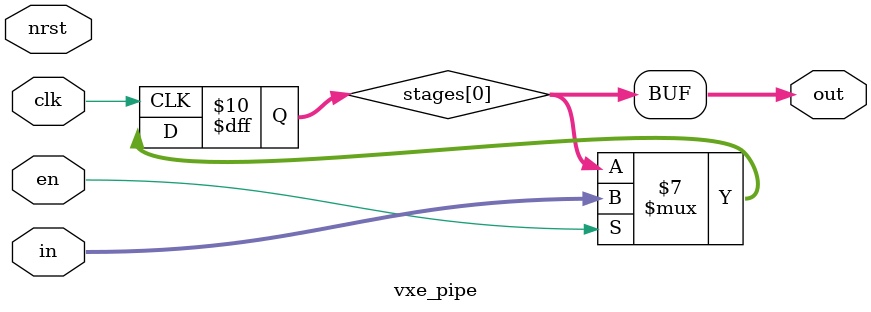
<source format=v>
/*
 * Copyright (c) 2020-2021 The VxEngine Project. All rights reserved.
 *
 * Redistribution and use in source and binary forms, with or without
 * modification, are permitted provided that the following conditions
 * are met:
 * 1. Redistributions of source code must retain the above copyright
 *    notice, this list of conditions and the following disclaimer.
 * 2. Redistributions in binary form must reproduce the above copyright
 *    notice, this list of conditions and the following disclaimer in the
 *    documentation and/or other materials provided with the distribution.
 *
 * THIS SOFTWARE IS PROVIDED BY THE AUTHOR AND CONTRIBUTORS ``AS IS'' AND
 * ANY EXPRESS OR IMPLIED WARRANTIES, INCLUDING, BUT NOT LIMITED TO, THE
 * IMPLIED WARRANTIES OF MERCHANTABILITY AND FITNESS FOR A PARTICULAR PURPOSE
 * ARE DISCLAIMED.  IN NO EVENT SHALL THE AUTHOR OR CONTRIBUTORS BE LIABLE
 * FOR ANY DIRECT, INDIRECT, INCIDENTAL, SPECIAL, EXEMPLARY, OR CONSEQUENTIAL
 * DAMAGES (INCLUDING, BUT NOT LIMITED TO, PROCUREMENT OF SUBSTITUTE GOODS
 * OR SERVICES; LOSS OF USE, DATA, OR PROFITS; OR BUSINESS INTERRUPTION)
 * HOWEVER CAUSED AND ON ANY THEORY OF LIABILITY, WHETHER IN CONTRACT, STRICT
 * LIABILITY, OR TORT (INCLUDING NEGLIGENCE OR OTHERWISE) ARISING IN ANY WAY
 * OUT OF THE USE OF THIS SOFTWARE, EVEN IF ADVISED OF THE POSSIBILITY OF
 * SUCH DAMAGE.
 */

/*
 * Parameterized simple pipe
 */


/* Pipe */
module vxe_pipe #(
	parameter DATA_WIDTH = 32,	/* Pipe data width */
	parameter NSTAGES = 1		/* Number of stages */
)
(
	clk,
	nrst,
	/* Data in/out */
	in,
	out,
	/* Control */
	en
);
input wire			clk;
input wire			nrst;
/* Data in/out */
input wire [DATA_WIDTH-1:0]	in;
output wire [DATA_WIDTH-1:0]	out;
/* Control */
input wire			en;

reg [DATA_WIDTH-1:0]	stages[0:NSTAGES-1];	/* Pipe stages */

assign	out = stages[0];


always @(posedge clk)
begin
	if(en)
	begin : pipe
		integer s;

		stages[NSTAGES-1] <= in;

		for(s = 1; s < NSTAGES; s=s+1)
		begin
			stages[s-1] <= stages[s];
		end
	end
end


endmodule /* vxe_pipe */

</source>
